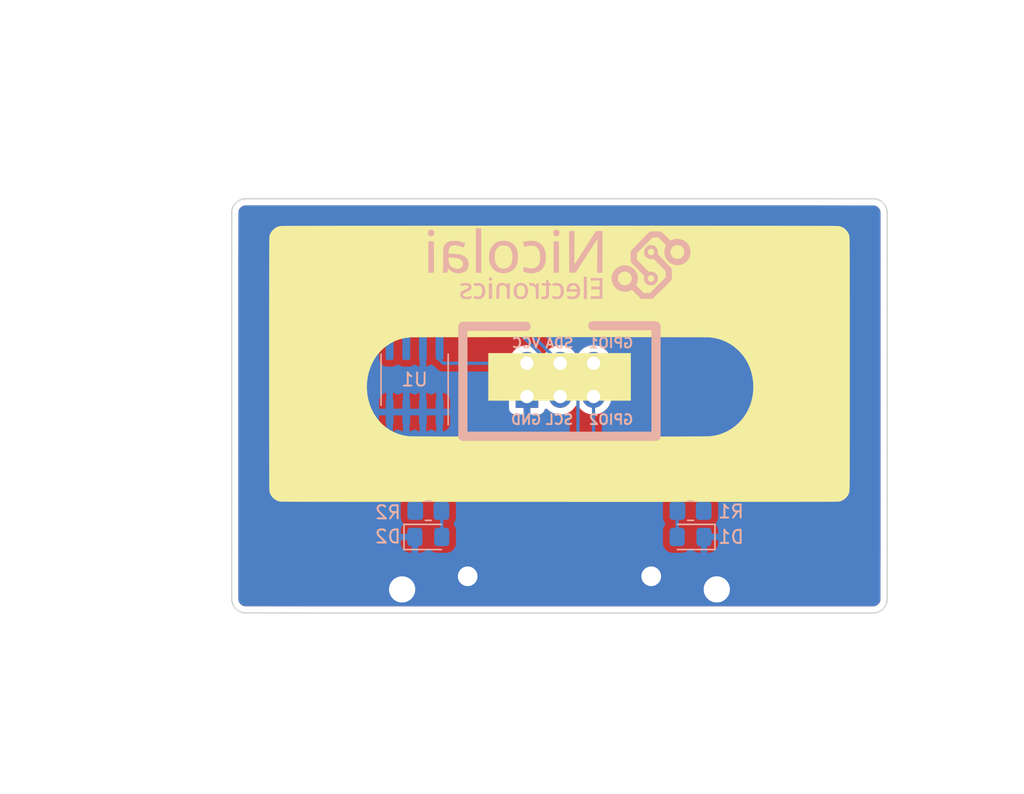
<source format=kicad_pcb>
(kicad_pcb (version 20211014) (generator pcbnew)
  (layers (0 "F.Cu" signal) (31 "B.Cu" signal) (34 "B.Paste" user) (35 "F.Paste" user) (36 "B.SilkS" user "B.Silkscreen") (37 "F.SilkS" user "F.Silkscreen") (38 "B.Mask" user) (39 "F.Mask" user) (44 "Edge.Cuts" user))
  (net 0 "")
  (net 1 "GND")
  (net 2 "Net-(U1-Pad5)")
  (net 3 "Net-(U1-Pad6)")
  (net 4 "+3V3")
  (net 5 "Net-(D1-Pad2)")
  (net 6 "Net-(D2-Pad2)")
  (net 7 "Net-(R1-Pad1)")
  (net 8 "Net-(R2-Pad1)")
  (footprint "badgelife_sao_v169bis:Badgelife-SAOv169-SAO-2x3" (layer "F.Cu") (at 0 0)
    (fp_text reference "X1" hide)
    (fp_text value "SAO" hide)
    (fp_text user "VCC" (at -2.54 -2.794 unlocked) (layer "B.SilkS") (effects (font (size 0.75 0.75)) (justify mirror)))
    (fp_text user "GPIO2" (at 3.937 3.048) (layer "B.SilkS") (effects (font (size 0.75 0.75)) (justify mirror)))
    (fp_text user "GND" (at -2.54 3.048 unlocked) (layer "B.SilkS") (effects (font (size 0.75 0.75)) (justify mirror)))
    (fp_text user "GPIO1" (at 3.937 -2.794 unlocked) (layer "B.SilkS") (effects (font (size 0.75 0.75)) (justify mirror)))
    (fp_text user "SCL" (at 0 3.048) (layer "B.SilkS") (effects (font (size 0.75 0.75)) (justify mirror)))
    (fp_text user "SDA" (at 0 -2.794 unlocked) (layer "B.SilkS") (effects (font (size 0.75 0.75)) (justify mirror)))
    (pad "1" thru_hole oval (at -2.48 -1.25 270) (size 1.7272 1.7272) (drill 1.016) (layers *.Cu *.Mask) (net 4 "+3V3"))
    (pad "2" thru_hole rect (at -2.48 1.29 270) (size 1.7272 1.7272) (drill 1.016) (layers *.Cu *.Mask) (net 1 "GND"))
    (pad "3" thru_hole oval (at 0.06 -1.25 270) (size 1.7272 1.7272) (drill 1.016) (layers *.Cu *.Mask) (net 2 "Net-(U1-Pad5)"))
    (pad "4" thru_hole oval (at 0.06 1.29 270) (size 1.7272 1.7272) (drill 1.016) (layers *.Cu *.Mask) (net 3 "Net-(U1-Pad6)"))
    (pad "5" thru_hole circle (at 2.6 -1.25 270) (size 1.7272 1.7272) (drill 1.016) (layers *.Cu *.Mask) (net 8 "Net-(R2-Pad1)"))
    (pad "6" thru_hole circle (at 2.6 1.29 270) (size 1.7272 1.7272) (drill 1.016) (layers *.Cu *.Mask) (net 7 "Net-(R1-Pad1)"))
  )
  (footprint "tape:tape" (layer "F.Cu") (at 0 2)
    (fp_text reference "N1" hide)
    (fp_text value "Housing" hide)
    (fp_line (start -25 11.039062) (end -25 14.71875) (layer "Edge.Cuts") (width 0.1))
    (fp_line (start 25 7.359375) (end 25 3.679687) (layer "Edge.Cuts") (width 0.1))
    (fp_line (start 23.994572 15.798831) (end 24.208144 15.762541) (layer "Edge.Cuts") (width 0.1))
    (fp_line (start -23.919922 -15.798828) (end -23.994568 -15.798828) (layer "Edge.Cuts") (width 0.1))
    (fp_line (start 24.581543 15.575751) (end 24.732739 15.433887) (layer "Edge.Cuts") (width 0.1))
    (fp_line (start 25 11.039062) (end 25 7.359375) (layer "Edge.Cuts") (width 0.1))
    (fp_line (start 25 -3.679688) (end 25 -7.359375) (layer "Edge.Cuts") (width 0.1))
    (fp_line (start 24.942513 15.074823) (end 24.992455 14.866257) (layer "Edge.Cuts") (width 0.1))
    (fp_line (start -24.776921 15.380371) (end -24.635056 15.531567) (layer "Edge.Cuts") (width 0.1))
    (fp_line (start -23.994568 -15.798828) (end -24.20814 -15.762541) (layer "Edge.Cuts") (width 0.1))
    (fp_line (start -24.732743 -15.433884) (end -24.854506 -15.265467) (layer "Edge.Cuts") (width 0.1))
    (fp_line (start -25 0) (end -25 3.679687) (layer "Edge.Cuts") (width 0.1))
    (fp_line (start -24.992455 -14.866257) (end -25 -11.039062) (layer "Edge.Cuts") (width 0.1))
    (fp_line (start -25 -7.359375) (end -25 -3.679688) (layer "Edge.Cuts") (width 0.1))
    (fp_line (start 24.46664 -15.653334) (end 24.275992 -15.741344) (layer "Edge.Cuts") (width 0.1))
    (fp_line (start -25 14.7934) (end -24.963713 15.006972) (layer "Edge.Cuts") (width 0.1))
    (fp_line (start 25 -11.039062) (end 25 -14.71875) (layer "Edge.Cuts") (width 0.1))
    (fp_line (start -5.97998 -15.798827) (end -11.959961 -15.798827) (layer "Edge.Cuts") (width 0.1))
    (fp_line (start 17.939942 15.798831) (end 23.919922 15.798831) (layer "Edge.Cuts") (width 0.1))
    (fp_line (start 24.96371 -15.006968) (end 24.88791 -15.204068) (layer "Edge.Cuts") (width 0.1))
    (fp_line (start -17.939941 -15.798827) (end -23.919922 -15.798828) (layer "Edge.Cuts") (width 0.1))
    (fp_line (start -5.97998 15.798831) (end 0 15.798831) (layer "Edge.Cuts") (width 0.1))
    (fp_line (start 24.067421 -15.791282) (end 17.939942 -15.798827) (layer "Edge.Cuts") (width 0.1))
    (fp_line (start -24.067429 15.791281) (end -17.939941 15.798831) (layer "Edge.Cuts") (width 0.1))
    (fp_line (start -17.939941 15.798831) (end -11.959961 15.798831) (layer "Edge.Cuts") (width 0.1))
    (fp_line (start -24.40524 -15.686741) (end -24.581547 -15.575749) (layer "Edge.Cuts") (width 0.1))
    (fp_line (start -24.963713 15.006972) (end -24.887913 15.204063) (layer "Edge.Cuts") (width 0.1))
    (fp_line (start 0 -15.798827) (end -5.97998 -15.798827) (layer "Edge.Cuts") (width 0.1))
    (fp_line (start -24.887913 15.204063) (end -24.776921 15.380371) (layer "Edge.Cuts") (width 0.1))
    (fp_line (start 24.405235 15.686741) (end 24.581543 15.575751) (layer "Edge.Cuts") (width 0.1))
    (fp_line (start 25 3.679687) (end 25 0) (layer "Edge.Cuts") (width 0.1))
    (fp_line (start 24.77692 -15.380375) (end 24.635056 -15.53157) (layer "Edge.Cuts") (width 0.1))
    (fp_line (start -24.942516 -15.074818) (end -24.992455 -14.866257) (layer "Edge.Cuts") (width 0.1))
    (fp_line (start 0 15.798831) (end 5.979981 15.798831) (layer "Edge.Cuts") (width 0.1))
    (fp_line (start 24.992455 14.866257) (end 25 11.039062) (layer "Edge.Cuts") (width 0.1))
    (fp_line (start -24.635056 15.531567) (end -24.466639 15.653331) (layer "Edge.Cuts") (width 0.1))
    (fp_line (start 5.979981 -15.798827) (end 0 -15.798827) (layer "Edge.Cuts") (width 0.1))
    (fp_line (start -24.27599 15.741341) (end -24.067429 15.791281) (layer "Edge.Cuts") (width 0.1))
    (fp_line (start -11.959961 15.798831) (end -5.97998 15.798831) (layer "Edge.Cuts") (width 0.1))
    (fp_line (start -25 -3.679688) (end -25 0) (layer "Edge.Cuts") (width 0.1))
    (fp_line (start 5.979981 15.798831) (end 11.959961 15.798831) (layer "Edge.Cuts") (width 0.1))
    (fp_line (start 24.635056 -15.53157) (end 24.46664 -15.653334) (layer "Edge.Cuts") (width 0.1))
    (fp_line (start -25 14.71875) (end -25 14.7934) (layer "Edge.Cuts") (width 0.1))
    (fp_line (start 25 -14.71875) (end 25 -14.7934) (layer "Edge.Cuts") (width 0.1))
    (fp_line (start -24.20814 -15.762541) (end -24.40524 -15.686741) (layer "Edge.Cuts") (width 0.1))
    (fp_line (start 25 -7.359375) (end 25 -11.039062) (layer "Edge.Cuts") (width 0.1))
    (fp_line (start 24.854503 15.265471) (end 24.942513 15.074823) (layer "Edge.Cuts") (width 0.1))
    (fp_line (start -25 -11.039062) (end -25 -7.359375) (layer "Edge.Cuts") (width 0.1))
    (fp_line (start 11.959961 -15.798827) (end 5.979981 -15.798827) (layer "Edge.Cuts") (width 0.1))
    (fp_line (start 17.939942 -15.798827) (end 11.959961 -15.798827) (layer "Edge.Cuts") (width 0.1))
    (fp_line (start 24.88791 -15.204068) (end 24.77692 -15.380375) (layer "Edge.Cuts") (width 0.1))
    (fp_line (start 24.208144 15.762541) (end 24.405235 15.686741) (layer "Edge.Cuts") (width 0.1))
    (fp_line (start -24.854506 -15.265467) (end -24.942516 -15.074818) (layer "Edge.Cuts") (width 0.1))
    (fp_line (start 23.919922 15.798831) (end 23.994572 15.798831) (layer "Edge.Cuts") (width 0.1))
    (fp_line (start -24.581547 -15.575749) (end -24.732743 -15.433884) (layer "Edge.Cuts") (width 0.1))
    (fp_line (start -24.466639 15.653331) (end -24.27599 15.741341) (layer "Edge.Cuts") (width 0.1))
    (fp_line (start -25 7.359375) (end -25 11.039062) (layer "Edge.Cuts") (width 0.1))
    (fp_line (start -11.959961 -15.798827) (end -17.939941 -15.798827) (layer "Edge.Cuts") (width 0.1))
    (fp_line (start 11.959961 15.798831) (end 17.939942 15.798831) (layer "Edge.Cuts") (width 0.1))
    (fp_line (start 24.732739 15.433887) (end 24.854503 15.265471) (layer "Edge.Cuts") (width 0.1))
    (fp_line (start 24.275992 -15.741344) (end 24.067421 -15.791282) (layer "Edge.Cuts") (width 0.1))
    (fp_line (start 25 -14.7934) (end 24.96371 -15.006968) (layer "Edge.Cuts") (width 0.1))
    (fp_line (start -25 3.679687) (end -25 7.359375) (layer "Edge.Cuts") (width 0.1))
    (fp_line (start 25 0) (end 25 -3.679688) (layer "Edge.Cuts") (width 0.1))
  )
  (footprint "electronics3:F.SilkS_g988" (layer "B.Cu") (at 0 -9 180)
    (fp_text reference "N2" hide)
    (fp_text value "Logo" hide)
  )
  (footprint "Resistor_SMD:R_0805_2012Metric_Pad1.20x1.40mm_HandSolder" (layer "B.Cu") (at -10 10)
    (fp_text reference "R2" (at -3.081 0.127) (layer "B.SilkS") (effects (justify mirror)))
    (fp_text value "200")
    (pad "1" smd roundrect (at -1 0) (size 1.2 1.4) (layers "B.Cu" "B.Paste" "B.Mask") (roundrect_rratio 0.2083333333) (net 8 "Net-(R2-Pad1)"))
    (pad "2" smd roundrect (at 1 0) (size 1.2 1.4) (layers "B.Cu" "B.Paste" "B.Mask") (roundrect_rratio 0.2083333333) (net 6 "Net-(D2-Pad2)"))
  )
  (footprint "LED_SMD:LED_0805_2012Metric_Pad1.15x1.40mm_HandSolder" (layer "B.Cu") (at 10 12 180)
    (fp_text reference "D1" (at -3.081 0) (layer "B.SilkS") (effects (justify mirror)))
    (fp_text value "LED")
    (pad "1" smd roundrect (at -1.025 0 180) (size 1.15 1.4) (layers "B.Cu" "B.Paste" "B.Mask") (roundrect_rratio 0.2173913043) (net 1 "GND"))
    (pad "2" smd roundrect (at 1.025 0 180) (size 1.15 1.4) (layers "B.Cu" "B.Paste" "B.Mask") (roundrect_rratio 0.2173913043) (net 5 "Net-(D1-Pad2)"))
  )
  (footprint "Resistor_SMD:R_0805_2012Metric_Pad1.20x1.40mm_HandSolder" (layer "B.Cu") (at 10 10 180)
    (fp_text reference "R1" (at -3.081 -0.065) (layer "B.SilkS") (effects (justify mirror)))
    (fp_text value "200")
    (pad "1" smd roundrect (at -1 0 180) (size 1.2 1.4) (layers "B.Cu" "B.Paste" "B.Mask") (roundrect_rratio 0.2083333333) (net 7 "Net-(R1-Pad1)"))
    (pad "2" smd roundrect (at 1 0 180) (size 1.2 1.4) (layers "B.Cu" "B.Paste" "B.Mask") (roundrect_rratio 0.2083333333) (net 5 "Net-(D1-Pad2)"))
  )
  (footprint "LED_SMD:LED_0805_2012Metric_Pad1.15x1.40mm_HandSolder" (layer "B.Cu") (at -10 12)
    (fp_text reference "D2" (at -3.081 -0.03) (layer "B.SilkS") (effects (justify mirror)))
    (fp_text value "LED")
    (pad "1" smd roundrect (at -1.025 0) (size 1.15 1.4) (layers "B.Cu" "B.Paste" "B.Mask") (roundrect_rratio 0.2173913043) (net 1 "GND"))
    (pad "2" smd roundrect (at 1.025 0) (size 1.15 1.4) (layers "B.Cu" "B.Paste" "B.Mask") (roundrect_rratio 0.2173913043) (net 6 "Net-(D2-Pad2)"))
  )
  (footprint "Package_SO:SOIC-8_3.9x4.9mm_P1.27mm" (layer "B.Cu") (at -11.049 0 90)
    (fp_text reference "U1" (at 0 0) (layer "B.SilkS") (effects (justify mirror)))
    (fp_text value "EEPROM")
    (pad "1" smd roundrect (at -2.475 1.905 90) (size 1.95 0.6) (layers "B.Cu" "B.Paste" "B.Mask") (net 1 "GND"))
    (pad "2" smd roundrect (at -2.475 0.635 90) (size 1.95 0.6) (layers "B.Cu" "B.Paste" "B.Mask") (net 1 "GND"))
    (pad "3" smd roundrect (at -2.475 -0.635 90) (size 1.95 0.6) (layers "B.Cu" "B.Paste" "B.Mask") (net 1 "GND"))
    (pad "4" smd roundrect (at -2.475 -1.905 90) (size 1.95 0.6) (layers "B.Cu" "B.Paste" "B.Mask") (net 1 "GND"))
    (pad "5" smd roundrect (at 2.475 -1.905 90) (size 1.95 0.6) (layers "B.Cu" "B.Paste" "B.Mask") (net 2 "Net-(U1-Pad5)"))
    (pad "6" smd roundrect (at 2.475 -0.635 90) (size 1.95 0.6) (layers "B.Cu" "B.Paste" "B.Mask") (net 3 "Net-(U1-Pad6)"))
    (pad "7" smd roundrect (at 2.475 0.635 90) (size 1.95 0.6) (layers "B.Cu" "B.Paste" "B.Mask") (net 1 "GND"))
    (pad "8" smd roundrect (at 2.475 1.905 90) (size 1.95 0.6) (layers "B.Cu" "B.Paste" "B.Mask") (net 4 "+3V3"))
  )
  (via (at -12 16) (size 2.5) (drill 2) (layers "F.Cu" "B.Cu") (net 1))
  (via (at -7 15) (size 2) (drill 1.5) (layers "F.Cu" "B.Cu") (net 1))
  (via (at 12 16) (size 2.5) (drill 2) (layers "F.Cu" "B.Cu") (net 1))
  (via (at 7 15) (size 2) (drill 1.5) (layers "F.Cu" "B.Cu") (net 1))
  (segment (start -12.25048 -4.25952) (end -2.94952 -4.25952) (width 0.25) (layer "B.Cu") (net 2))
  (segment (start -12.954 -3.556) (end -12.25048 -4.25952) (width 0.25) (layer "B.Cu") (net 2))
  (segment (start -2.94952 -4.25952) (end 0.06 -1.25) (width 0.25) (layer "B.Cu") (net 2))
  (segment (start -12.954 -2.475) (end -12.954 -3.556) (width 0.25) (layer "B.Cu") (net 2))
  (segment (start -11.557 -3.81) (end -11.684 -3.683) (width 0.25) (layer "B.Cu") (net 3))
  (segment (start -1.291889 -1.799889) (end -3.302 -3.81) (width 0.25) (layer "B.Cu") (net 3))
  (segment (start -3.302 -3.81) (end -11.557 -3.81) (width 0.25) (layer "B.Cu") (net 3))
  (segment (start 0.06 1.29) (end -1.291889 -0.061889) (width 0.25) (layer "B.Cu") (net 3))
  (segment (start -1.291889 -0.061889) (end -1.291889 -1.799889) (width 0.25) (layer "B.Cu") (net 3))
  (segment (start -11.684 -3.683) (end -11.684 -2.475) (width 0.25) (layer "B.Cu") (net 3))
  (segment (start -8.87 -1.25) (end -9.144 -1.524) (width 0.25) (layer "B.Cu") (net 4))
  (segment (start -9.144 -1.524) (end -9.144 -2.475) (width 0.25) (layer "B.Cu") (net 4))
  (segment (start -2.48 -1.25) (end -8.87 -1.25) (width 0.25) (layer "B.Cu") (net 4))
  (segment (start 8.975 10.025) (end 9 10) (width 0.25) (layer "B.Cu") (net 5))
  (segment (start 8.975 12) (end 8.975 10.025) (width 0.25) (layer "B.Cu") (net 5))
  (segment (start -8.975 10.025) (end -9 10) (width 0.25) (layer "B.Cu") (net 6))
  (segment (start -8.975 12) (end -8.975 10.025) (width 0.25) (layer "B.Cu") (net 6))
  (segment (start 2.6 7.299) (end 3.683 8.382) (width 0.25) (layer "B.Cu") (net 7))
  (segment (start 10.922 8.763) (end 10.922 9.922) (width 0.25) (layer "B.Cu") (net 7))
  (segment (start 3.683 8.382) (end 10.541 8.382) (width 0.25) (layer "B.Cu") (net 7))
  (segment (start 10.541 8.382) (end 10.922 8.763) (width 0.25) (layer "B.Cu") (net 7))
  (segment (start 2.6 1.29) (end 2.6 7.299) (width 0.25) (layer "B.Cu") (net 7))
  (segment (start 10.922 9.922) (end 11 10) (width 0.25) (layer "B.Cu") (net 7))
  (segment (start 2.6 -1.25) (end 1.411889 -0.061889) (width 0.25) (layer "B.Cu") (net 8))
  (segment (start 0.127 8.509) (end -10.795 8.509) (width 0.25) (layer "B.Cu") (net 8))
  (segment (start -10.795 8.509) (end -11 8.714) (width 0.25) (layer "B.Cu") (net 8))
  (segment (start 1.411889 7.224111) (end 0.127 8.509) (width 0.25) (layer "B.Cu") (net 8))
  (segment (start 1.411889 -0.061889) (end 1.411889 7.224111) (width 0.25) (layer "B.Cu") (net 8))
  (segment (start -11 8.714) (end -11 10) (width 0.25) (layer "B.Cu") (net 8))
  (zone (net 1) (net_name "GND") (layer "F.Cu") (connect_pads (clearance 0.508)) (min_thickness 0.254) (fill yes (thermal_gap 0.508) (thermal_bridge_width 0.508))
    (polygon (pts (xy 35.433 31.623) (xy -42.672 31.623) (xy -42.672 -28.956) (xy 35.433 -28.956)))
  )
  (zone (net 1) (net_name "GND") (layer "B.Cu") (connect_pads (clearance 0.508)) (min_thickness 0.254) (fill yes (thermal_gap 0.508) (thermal_bridge_width 0.508))
    (polygon (pts (xy 32.766 27.178) (xy -38.1 27.178) (xy -38.1 -25.273) (xy 32.766 -25.273)))
  )
)
</source>
